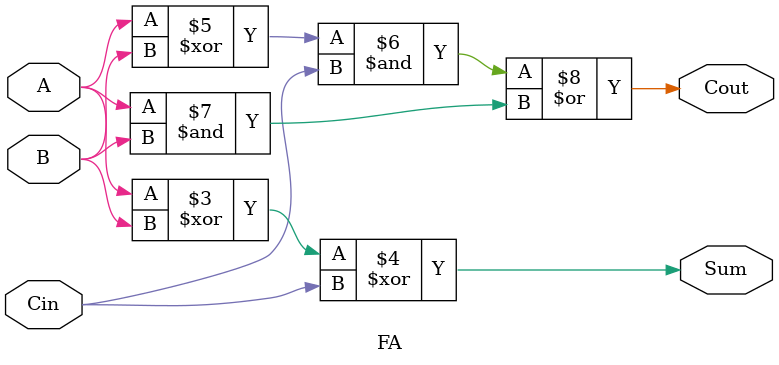
<source format=v>


module Booth (A, in2, Mul);

parameter N = 8;
input [N-1:0] A, in2;
output [2*N-1:0] Mul;

wire [N+1:-1] B;
wire [2*N-1:0] sgn_A, sgn_A_1, sgn_2A, sgn_2A_1;
reg [2*N-1:0] p [N/2:0];
reg [2*N-1:0] p_shifted [N/2:0];
wire [2*N-1:0] S [N/2-1:0];

integer j,k;

assign B[N-1:0] = in2;
assign {B[N+1], B[N], B[-1]} = {{2{B[N-1]}}, 1'b0};

always @(*) begin
	for(j=0;j<=N/2;j=j+1) begin
		
		case({B[2*j+1], B[2*j], B[2*j-1]})
			0,7: p[j] = 0;
			1,2: p[j] = sgn_A;
			5,6: p[j] = sgn_A_1;
			3  : p[j] = sgn_2A;
			4  : p[j] = sgn_2A_1;
			default: p[j] = 0;
			
		endcase
	end
end


assign sgn_A = {{N{A[N-1]}}, A};			// sign extended A

assign sgn_2A = {sgn_A[2*N-2:0], 1'b0};		// 2A

assign sgn_A_1 = ~sgn_A + 1'b1;				// -A

assign sgn_2A_1 = {sgn_A_1[2*N-2:0], 1'b0};	// -2A


always@(*) begin

	for(k=0; k<=N/2;k=k+1) begin: block_name
		
		p_shifted[k] = (p[k] << (2*k));
		
	end
end

// N-bit RCA

RCA R1 (p_shifted[0], p_shifted[1], 1'b0, S[0]);

genvar r1;
generate
	for(r1=2; r1<=N/2; r1=r1+1) begin: RC
		
		RCA R0 (S[r1-2], p_shifted[r1], 1'b0, S[r1-1]);
		
	end
endgenerate

assign Mul = S[N/2-1];

endmodule



// N-bit Ripple Carry Adder

module RCA (A, B, Cin, Sum);

parameter N = 16;	// NOTE: this N is twice the above N

input [N-1:0] A, B;
input Cin;
output [N-1:0] Sum;

wire [N:0] C;

assign C[0] = Cin;

genvar g1;
generate
	for(g1=0;g1<N;g1=g1+1) begin: Full_Adder
		FA F0 (A[g1], B[g1], C[g1], Sum[g1], C[g1+1]);
	end
endgenerate

endmodule


// Full_Adder

module FA(A, B, Cin, Sum, Cout);
input A, B, Cin;
output Sum, Cout;

assign Sum = A ^ B ^ Cin;
assign Cout = ((A ^ B) & Cin) | (A & B);

endmodule

</source>
